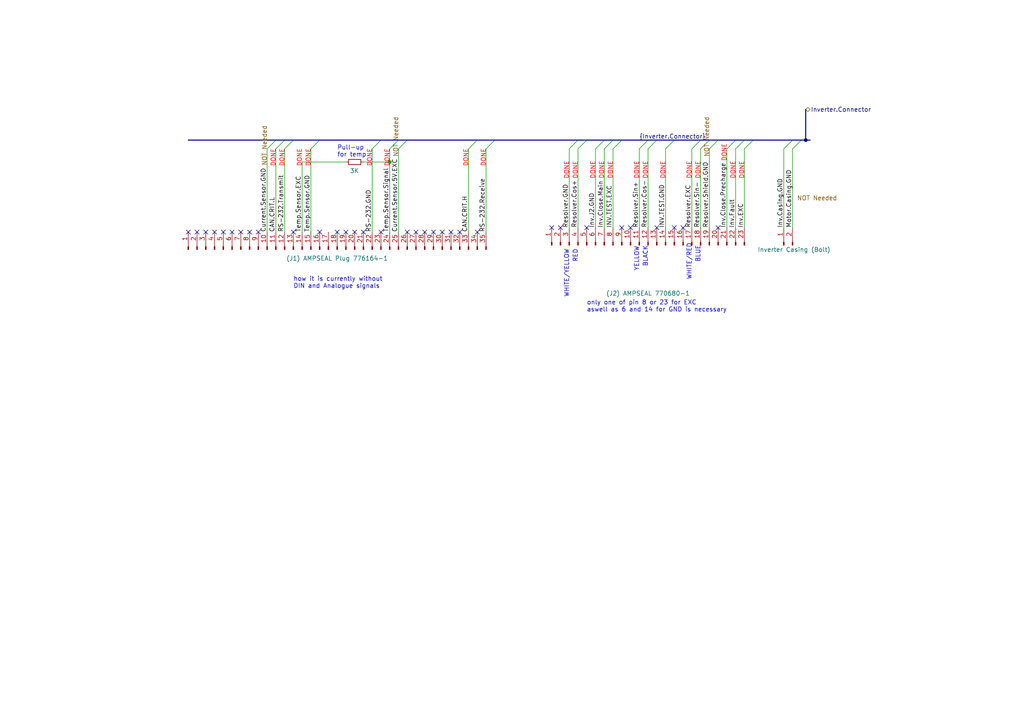
<source format=kicad_sch>
(kicad_sch (version 20230121) (generator eeschema)
  (paper "A4")
  (lib_symbols
    (symbol "Connector:Conn_01x02_Pin" (pin_names (offset 1.016) hide)
      (property "Reference" "J" (at 0 2.54 0))
      (property "Value" "Conn_01x02_Pin" (at 0 -5.08 0))
      (symbol "Conn_01x02_Pin_1_1"
        (polyline (pts (xy 1.27 -2.54) (xy 0.8636 -2.54)) (stroke (width 0.1524)))
        (polyline (pts (xy 1.27 0) (xy 0.8636 0)) (stroke (width 0.1524)))
        (rectangle (start 0.8636 -2.413) (end 0 -2.667) (stroke (width 0.1524)) (fill (type outline)))
        (rectangle (start 0.8636 0.127) (end 0 -0.127) (stroke (width 0.1524)) (fill (type outline)))
        (pin passive line (at 5.08 0 180) (length 3.81) (name "Pin_1") (number "1"))
        (pin passive line (at 5.08 -2.54 180) (length 3.81) (name "Pin_2") (number "2"))
      )
    )
    (symbol "Connector:Conn_01x23_Pin" (pin_names (offset 1.016) hide)
      (property "Reference" "J" (at 0 30.48 0))
      (property "Value" "Conn_01x23_Pin" (at 0 -30.48 0))
      (symbol "Conn_01x23_Pin_1_1"
        (polyline (pts (xy 1.27 -27.94) (xy 0.8636 -27.94)) (stroke (width 0.1524)))
        (polyline (pts (xy 1.27 -25.4) (xy 0.8636 -25.4)) (stroke (width 0.1524)))
        (polyline (pts (xy 1.27 -22.86) (xy 0.8636 -22.86)) (stroke (width 0.1524)))
        (polyline (pts (xy 1.27 -20.32) (xy 0.8636 -20.32)) (stroke (width 0.1524)))
        (polyline (pts (xy 1.27 -17.78) (xy 0.8636 -17.78)) (stroke (width 0.1524)))
        (polyline (pts (xy 1.27 -15.24) (xy 0.8636 -15.24)) (stroke (width 0.1524)))
        (polyline (pts (xy 1.27 -12.7) (xy 0.8636 -12.7)) (stroke (width 0.1524)))
        (polyline (pts (xy 1.27 -10.16) (xy 0.8636 -10.16)) (stroke (width 0.1524)))
        (polyline (pts (xy 1.27 -7.62) (xy 0.8636 -7.62)) (stroke (width 0.1524)))
        (polyline (pts (xy 1.27 -5.08) (xy 0.8636 -5.08)) (stroke (width 0.1524)))
        (polyline (pts (xy 1.27 -2.54) (xy 0.8636 -2.54)) (stroke (width 0.1524)))
        (polyline (pts (xy 1.27 0) (xy 0.8636 0)) (stroke (width 0.1524)))
        (polyline (pts (xy 1.27 2.54) (xy 0.8636 2.54)) (stroke (width 0.1524)))
        (polyline (pts (xy 1.27 5.08) (xy 0.8636 5.08)) (stroke (width 0.1524)))
        (polyline (pts (xy 1.27 7.62) (xy 0.8636 7.62)) (stroke (width 0.1524)))
        (polyline (pts (xy 1.27 10.16) (xy 0.8636 10.16)) (stroke (width 0.1524)))
        (polyline (pts (xy 1.27 12.7) (xy 0.8636 12.7)) (stroke (width 0.1524)))
        (polyline (pts (xy 1.27 15.24) (xy 0.8636 15.24)) (stroke (width 0.1524)))
        (polyline (pts (xy 1.27 17.78) (xy 0.8636 17.78)) (stroke (width 0.1524)))
        (polyline (pts (xy 1.27 20.32) (xy 0.8636 20.32)) (stroke (width 0.1524)))
        (polyline (pts (xy 1.27 22.86) (xy 0.8636 22.86)) (stroke (width 0.1524)))
        (polyline (pts (xy 1.27 25.4) (xy 0.8636 25.4)) (stroke (width 0.1524)))
        (polyline (pts (xy 1.27 27.94) (xy 0.8636 27.94)) (stroke (width 0.1524)))
        (rectangle (start 0.8636 -27.813) (end 0 -28.067) (stroke (width 0.1524)) (fill (type outline)))
        (rectangle (start 0.8636 -25.273) (end 0 -25.527) (stroke (width 0.1524)) (fill (type outline)))
        (rectangle (start 0.8636 -22.733) (end 0 -22.987) (stroke (width 0.1524)) (fill (type outline)))
        (rectangle (start 0.8636 -20.193) (end 0 -20.447) (stroke (width 0.1524)) (fill (type outline)))
        (rectangle (start 0.8636 -17.653) (end 0 -17.907) (stroke (width 0.1524)) (fill (type outline)))
        (rectangle (start 0.8636 -15.113) (end 0 -15.367) (stroke (width 0.1524)) (fill (type outline)))
        (rectangle (start 0.8636 -12.573) (end 0 -12.827) (stroke (width 0.1524)) (fill (type outline)))
        (rectangle (start 0.8636 -10.033) (end 0 -10.287) (stroke (width 0.1524)) (fill (type outline)))
        (rectangle (start 0.8636 -7.493) (end 0 -7.747) (stroke (width 0.1524)) (fill (type outline)))
        (rectangle (start 0.8636 -4.953) (end 0 -5.207) (stroke (width 0.1524)) (fill (type outline)))
        (rectangle (start 0.8636 -2.413) (end 0 -2.667) (stroke (width 0.1524)) (fill (type outline)))
        (rectangle (start 0.8636 0.127) (end 0 -0.127) (stroke (width 0.1524)) (fill (type outline)))
        (rectangle (start 0.8636 2.667) (end 0 2.413) (stroke (width 0.1524)) (fill (type outline)))
        (rectangle (start 0.8636 5.207) (end 0 4.953) (stroke (width 0.1524)) (fill (type outline)))
        (rectangle (start 0.8636 7.747) (end 0 7.493) (stroke (width 0.1524)) (fill (type outline)))
        (rectangle (start 0.8636 10.287) (end 0 10.033) (stroke (width 0.1524)) (fill (type outline)))
        (rectangle (start 0.8636 12.827) (end 0 12.573) (stroke (width 0.1524)) (fill (type outline)))
        (rectangle (start 0.8636 15.367) (end 0 15.113) (stroke (width 0.1524)) (fill (type outline)))
        (rectangle (start 0.8636 17.907) (end 0 17.653) (stroke (width 0.1524)) (fill (type outline)))
        (rectangle (start 0.8636 20.447) (end 0 20.193) (stroke (width 0.1524)) (fill (type outline)))
        (rectangle (start 0.8636 22.987) (end 0 22.733) (stroke (width 0.1524)) (fill (type outline)))
        (rectangle (start 0.8636 25.527) (end 0 25.273) (stroke (width 0.1524)) (fill (type outline)))
        (rectangle (start 0.8636 28.067) (end 0 27.813) (stroke (width 0.1524)) (fill (type outline)))
        (pin passive line (at 5.08 27.94 180) (length 3.81) (name "Pin_1") (number "1"))
        (pin passive line (at 5.08 5.08 180) (length 3.81) (name "Pin_10") (number "10"))
        (pin passive line (at 5.08 2.54 180) (length 3.81) (name "Pin_11") (number "11"))
        (pin passive line (at 5.08 0 180) (length 3.81) (name "Pin_12") (number "12"))
        (pin passive line (at 5.08 -2.54 180) (length 3.81) (name "Pin_13") (number "13"))
        (pin passive line (at 5.08 -5.08 180) (length 3.81) (name "Pin_14") (number "14"))
        (pin passive line (at 5.08 -7.62 180) (length 3.81) (name "Pin_15") (number "15"))
        (pin passive line (at 5.08 -10.16 180) (length 3.81) (name "Pin_16") (number "16"))
        (pin passive line (at 5.08 -12.7 180) (length 3.81) (name "Pin_17") (number "17"))
        (pin passive line (at 5.08 -15.24 180) (length 3.81) (name "Pin_18") (number "18"))
        (pin passive line (at 5.08 -17.78 180) (length 3.81) (name "Pin_19") (number "19"))
        (pin passive line (at 5.08 25.4 180) (length 3.81) (name "Pin_2") (number "2"))
        (pin passive line (at 5.08 -20.32 180) (length 3.81) (name "Pin_20") (number "20"))
        (pin passive line (at 5.08 -22.86 180) (length 3.81) (name "Pin_21") (number "21"))
        (pin passive line (at 5.08 -25.4 180) (length 3.81) (name "Pin_22") (number "22"))
        (pin passive line (at 5.08 -27.94 180) (length 3.81) (name "Pin_23") (number "23"))
        (pin passive line (at 5.08 22.86 180) (length 3.81) (name "Pin_3") (number "3"))
        (pin passive line (at 5.08 20.32 180) (length 3.81) (name "Pin_4") (number "4"))
        (pin passive line (at 5.08 17.78 180) (length 3.81) (name "Pin_5") (number "5"))
        (pin passive line (at 5.08 15.24 180) (length 3.81) (name "Pin_6") (number "6"))
        (pin passive line (at 5.08 12.7 180) (length 3.81) (name "Pin_7") (number "7"))
        (pin passive line (at 5.08 10.16 180) (length 3.81) (name "Pin_8") (number "8"))
        (pin passive line (at 5.08 7.62 180) (length 3.81) (name "Pin_9") (number "9"))
      )
    )
    (symbol "Connector:Conn_01x35_Pin" (pin_names (offset 1.016) hide)
      (property "Reference" "J" (at 0 45.72 0))
      (property "Value" "Conn_01x35_Pin" (at 0 -45.72 0))
      (symbol "Conn_01x35_Pin_1_1"
        (polyline (pts (xy 1.27 -43.18) (xy 0.8636 -43.18)) (stroke (width 0.1524)))
        (polyline (pts (xy 1.27 -40.64) (xy 0.8636 -40.64)) (stroke (width 0.1524)))
        (polyline (pts (xy 1.27 -38.1) (xy 0.8636 -38.1)) (stroke (width 0.1524)))
        (polyline (pts (xy 1.27 -35.56) (xy 0.8636 -35.56)) (stroke (width 0.1524)))
        (polyline (pts (xy 1.27 -33.02) (xy 0.8636 -33.02)) (stroke (width 0.1524)))
        (polyline (pts (xy 1.27 -30.48) (xy 0.8636 -30.48)) (stroke (width 0.1524)))
        (polyline (pts (xy 1.27 -27.94) (xy 0.8636 -27.94)) (stroke (width 0.1524)))
        (polyline (pts (xy 1.27 -25.4) (xy 0.8636 -25.4)) (stroke (width 0.1524)))
        (polyline (pts (xy 1.27 -22.86) (xy 0.8636 -22.86)) (stroke (width 0.1524)))
        (polyline (pts (xy 1.27 -20.32) (xy 0.8636 -20.32)) (stroke (width 0.1524)))
        (polyline (pts (xy 1.27 -17.78) (xy 0.8636 -17.78)) (stroke (width 0.1524)))
        (polyline (pts (xy 1.27 -15.24) (xy 0.8636 -15.24)) (stroke (width 0.1524)))
        (polyline (pts (xy 1.27 -12.7) (xy 0.8636 -12.7)) (stroke (width 0.1524)))
        (polyline (pts (xy 1.27 -10.16) (xy 0.8636 -10.16)) (stroke (width 0.1524)))
        (polyline (pts (xy 1.27 -7.62) (xy 0.8636 -7.62)) (stroke (width 0.1524)))
        (polyline (pts (xy 1.27 -5.08) (xy 0.8636 -5.08)) (stroke (width 0.1524)))
        (polyline (pts (xy 1.27 -2.54) (xy 0.8636 -2.54)) (stroke (width 0.1524)))
        (polyline (pts (xy 1.27 0) (xy 0.8636 0)) (stroke (width 0.1524)))
        (polyline (pts (xy 1.27 2.54) (xy 0.8636 2.54)) (stroke (width 0.1524)))
        (polyline (pts (xy 1.27 5.08) (xy 0.8636 5.08)) (stroke (width 0.1524)))
        (polyline (pts (xy 1.27 7.62) (xy 0.8636 7.62)) (stroke (width 0.1524)))
        (polyline (pts (xy 1.27 10.16) (xy 0.8636 10.16)) (stroke (width 0.1524)))
        (polyline (pts (xy 1.27 12.7) (xy 0.8636 12.7)) (stroke (width 0.1524)))
        (polyline (pts (xy 1.27 15.24) (xy 0.8636 15.24)) (stroke (width 0.1524)))
        (polyline (pts (xy 1.27 17.78) (xy 0.8636 17.78)) (stroke (width 0.1524)))
        (polyline (pts (xy 1.27 20.32) (xy 0.8636 20.32)) (stroke (width 0.1524)))
        (polyline (pts (xy 1.27 22.86) (xy 0.8636 22.86)) (stroke (width 0.1524)))
        (polyline (pts (xy 1.27 25.4) (xy 0.8636 25.4)) (stroke (width 0.1524)))
        (polyline (pts (xy 1.27 27.94) (xy 0.8636 27.94)) (stroke (width 0.1524)))
        (polyline (pts (xy 1.27 30.48) (xy 0.8636 30.48)) (stroke (width 0.1524)))
        (polyline (pts (xy 1.27 33.02) (xy 0.8636 33.02)) (stroke (width 0.1524)))
        (polyline (pts (xy 1.27 35.56) (xy 0.8636 35.56)) (stroke (width 0.1524)))
        (polyline (pts (xy 1.27 38.1) (xy 0.8636 38.1)) (stroke (width 0.1524)))
        (polyline (pts (xy 1.27 40.64) (xy 0.8636 40.64)) (stroke (width 0.1524)))
        (polyline (pts (xy 1.27 43.18) (xy 0.8636 43.18)) (stroke (width 0.1524)))
        (rectangle (start 0.8636 -43.053) (end 0 -43.307) (stroke (width 0.1524)) (fill (type outline)))
        (rectangle (start 0.8636 -40.513) (end 0 -40.767) (stroke (width 0.1524)) (fill (type outline)))
        (rectangle (start 0.8636 -37.973) (end 0 -38.227) (stroke (width 0.1524)) (fill (type outline)))
        (rectangle (start 0.8636 -35.433) (end 0 -35.687) (stroke (width 0.1524)) (fill (type outline)))
        (rectangle (start 0.8636 -32.893) (end 0 -33.147) (stroke (width 0.1524)) (fill (type outline)))
        (rectangle (start 0.8636 -30.353) (end 0 -30.607) (stroke (width 0.1524)) (fill (type outline)))
        (rectangle (start 0.8636 -27.813) (end 0 -28.067) (stroke (width 0.1524)) (fill (type outline)))
        (rectangle (start 0.8636 -25.273) (end 0 -25.527) (stroke (width 0.1524)) (fill (type outline)))
        (rectangle (start 0.8636 -22.733) (end 0 -22.987) (stroke (width 0.1524)) (fill (type outline)))
        (rectangle (start 0.8636 -20.193) (end 0 -20.447) (stroke (width 0.1524)) (fill (type outline)))
        (rectangle (start 0.8636 -17.653) (end 0 -17.907) (stroke (width 0.1524)) (fill (type outline)))
        (rectangle (start 0.8636 -15.113) (end 0 -15.367) (stroke (width 0.1524)) (fill (type outline)))
        (rectangle (start 0.8636 -12.573) (end 0 -12.827) (stroke (width 0.1524)) (fill (type outline)))
        (rectangle (start 0.8636 -10.033) (end 0 -10.287) (stroke (width 0.1524)) (fill (type outline)))
        (rectangle (start 0.8636 -7.493) (end 0 -7.747) (stroke (width 0.1524)) (fill (type outline)))
        (rectangle (start 0.8636 -4.953) (end 0 -5.207) (stroke (width 0.1524)) (fill (type outline)))
        (rectangle (start 0.8636 -2.413) (end 0 -2.667) (stroke (width 0.1524)) (fill (type outline)))
        (rectangle (start 0.8636 0.127) (end 0 -0.127) (stroke (width 0.1524)) (fill (type outline)))
        (rectangle (start 0.8636 2.667) (end 0 2.413) (stroke (width 0.1524)) (fill (type outline)))
        (rectangle (start 0.8636 5.207) (end 0 4.953) (stroke (width 0.1524)) (fill (type outline)))
        (rectangle (start 0.8636 7.747) (end 0 7.493) (stroke (width 0.1524)) (fill (type outline)))
        (rectangle (start 0.8636 10.287) (end 0 10.033) (stroke (width 0.1524)) (fill (type outline)))
        (rectangle (start 0.8636 12.827) (end 0 12.573) (stroke (width 0.1524)) (fill (type outline)))
        (rectangle (start 0.8636 15.367) (end 0 15.113) (stroke (width 0.1524)) (fill (type outline)))
        (rectangle (start 0.8636 17.907) (end 0 17.653) (stroke (width 0.1524)) (fill (type outline)))
        (rectangle (start 0.8636 20.447) (end 0 20.193) (stroke (width 0.1524)) (fill (type outline)))
        (rectangle (start 0.8636 22.987) (end 0 22.733) (stroke (width 0.1524)) (fill (type outline)))
        (rectangle (start 0.8636 25.527) (end 0 25.273) (stroke (width 0.1524)) (fill (type outline)))
        (rectangle (start 0.8636 28.067) (end 0 27.813) (stroke (width 0.1524)) (fill (type outline)))
        (rectangle (start 0.8636 30.607) (end 0 30.353) (stroke (width 0.1524)) (fill (type outline)))
        (rectangle (start 0.8636 33.147) (end 0 32.893) (stroke (width 0.1524)) (fill (type outline)))
        (rectangle (start 0.8636 35.687) (end 0 35.433) (stroke (width 0.1524)) (fill (type outline)))
        (rectangle (start 0.8636 38.227) (end 0 37.973) (stroke (width 0.1524)) (fill (type outline)))
        (rectangle (start 0.8636 40.767) (end 0 40.513) (stroke (width 0.1524)) (fill (type outline)))
        (rectangle (start 0.8636 43.307) (end 0 43.053) (stroke (width 0.1524)) (fill (type outline)))
        (pin passive line (at 5.08 43.18 180) (length 3.81) (name "Pin_1") (number "1"))
        (pin passive line (at 5.08 20.32 180) (length 3.81) (name "Pin_10") (number "10"))
        (pin passive line (at 5.08 17.78 180) (length 3.81) (name "Pin_11") (number "11"))
        (pin passive line (at 5.08 15.24 180) (length 3.81) (name "Pin_12") (number "12"))
        (pin passive line (at 5.08 12.7 180) (length 3.81) (name "Pin_13") (number "13"))
        (pin passive line (at 5.08 10.16 180) (length 3.81) (name "Pin_14") (number "14"))
        (pin passive line (at 5.08 7.62 180) (length 3.81) (name "Pin_15") (number "15"))
        (pin passive line (at 5.08 5.08 180) (length 3.81) (name "Pin_16") (number "16"))
        (pin passive line (at 5.08 2.54 180) (length 3.81) (name "Pin_17") (number "17"))
        (pin passive line (at 5.08 0 180) (length 3.81) (name "Pin_18") (number "18"))
        (pin passive line (at 5.08 -2.54 180) (length 3.81) (name "Pin_19") (number "19"))
        (pin passive line (at 5.08 40.64 180) (length 3.81) (name "Pin_2") (number "2"))
        (pin passive line (at 5.08 -5.08 180) (length 3.81) (name "Pin_20") (number "20"))
        (pin passive line (at 5.08 -7.62 180) (length 3.81) (name "Pin_21") (number "21"))
        (pin passive line (at 5.08 -10.16 180) (length 3.81) (name "Pin_22") (number "22"))
        (pin passive line (at 5.08 -12.7 180) (length 3.81) (name "Pin_23") (number "23"))
        (pin passive line (at 5.08 -15.24 180) (length 3.81) (name "Pin_24") (number "24"))
        (pin passive line (at 5.08 -17.78 180) (length 3.81) (name "Pin_25") (number "25"))
        (pin passive line (at 5.08 -20.32 180) (length 3.81) (name "Pin_26") (number "26"))
        (pin passive line (at 5.08 -22.86 180) (length 3.81) (name "Pin_27") (number "27"))
        (pin passive line (at 5.08 -25.4 180) (length 3.81) (name "Pin_28") (number "28"))
        (pin passive line (at 5.08 -27.94 180) (length 3.81) (name "Pin_29") (number "29"))
        (pin passive line (at 5.08 38.1 180) (length 3.81) (name "Pin_3") (number "3"))
        (pin passive line (at 5.08 -30.48 180) (length 3.81) (name "Pin_30") (number "30"))
        (pin passive line (at 5.08 -33.02 180) (length 3.81) (name "Pin_31") (number "31"))
        (pin passive line (at 5.08 -35.56 180) (length 3.81) (name "Pin_32") (number "32"))
        (pin passive line (at 5.08 -38.1 180) (length 3.81) (name "Pin_33") (number "33"))
        (pin passive line (at 5.08 -40.64 180) (length 3.81) (name "Pin_34") (number "34"))
        (pin passive line (at 5.08 -43.18 180) (length 3.81) (name "Pin_35") (number "35"))
        (pin passive line (at 5.08 35.56 180) (length 3.81) (name "Pin_4") (number "4"))
        (pin passive line (at 5.08 33.02 180) (length 3.81) (name "Pin_5") (number "5"))
        (pin passive line (at 5.08 30.48 180) (length 3.81) (name "Pin_6") (number "6"))
        (pin passive line (at 5.08 27.94 180) (length 3.81) (name "Pin_7") (number "7"))
        (pin passive line (at 5.08 25.4 180) (length 3.81) (name "Pin_8") (number "8"))
        (pin passive line (at 5.08 22.86 180) (length 3.81) (name "Pin_9") (number "9"))
      )
    )
    (symbol "Device:R_Small" (pin_numbers hide) (pin_names (offset 0.254) hide)
      (property "Reference" "R" (at 0.762 0.508 0))
      (property "Value" "R_Small" (at 0.762 -1.016 0))
      (symbol "R_Small_0_1"
        (rectangle (start -0.762 1.778) (end 0.762 -1.778) (stroke (width 0.2032)))
      )
      (symbol "R_Small_1_1"
        (pin passive line (at 0 2.54 270) (length 0.762) (name "~") (number "1"))
        (pin passive line (at 0 -2.54 90) (length 0.762) (name "~") (number "2"))
      )
    )
  )
  (bus_alias "Ground.Box" (members "Inv.J2.GND" "Inv.Casing.GND" "Junction.Box.GND" "Chassis.GND" "Accu.GND" "Pump1.GND" "Pump2.GND" "Fan.GND" "DASH.BOX.GND" "LV.GND" "Pump2.GND" "Pump1.GND" "PCHG.GND" "PEDAL.BOX.GND" "LV1.GND" "LV2.GND" "LV.TSAL.GND" "DRS.GND" "BRAKE.LIGHT.GND" "Accu.Fans.GND"))
  (bus_alias "Car.Rear" (members "LV.GND" "LV.EXC" "Pump1.GND" "Pump1.PWM.EXC" "Pump2.GND" "Pump2.PWM.EXC" "HV.TSMP+" "HV.TSMP-" "LV.TSMP-" "LV.TSMP+" "Reset.Switch.SIG1" "Reset.Switch.SIG2" "LVMS.EXC" "SHUT.R.E-STOP" "SHUT.HVD.Interlock" "SHUT.Latching" "SHUT.TSMP" "SHUT.TSAC.Interlock" "SHUT.Discharge" "SHUT.Precharge" "Current.Sensor.5V.EXC" "Current.Sensor.GND" "CT.SIG" "VCU.OUT.DRS.PWM" "TSAL.RESET.SIG1" "TSAL.RESET.SIG2" "DRS.GND" "BRAKE.LIGHT.GND" "DRS.EXC" "FAN.PWM.EXC" "FAN.GND" "Brake.PWM.EXC" "CHASSIS.GND" "WSS.EXC" "WSS.GND" "WSS.SIG"))
  (junction (at 113.03 46.99))
  (junction (at 233.68 40.64))
  (no_connect (at 170.18 66.04))
  (no_connect (at 69.85 67.31))
  (no_connect (at 128.27 67.31))
  (no_connect (at 118.11 67.31))
  (no_connect (at 72.39 67.31))
  (no_connect (at 92.71 67.31))
  (no_connect (at 67.31 67.31))
  (no_connect (at 62.23 67.31))
  (no_connect (at 97.79 67.31))
  (no_connect (at 125.73 67.31))
  (no_connect (at 208.28 66.04))
  (no_connect (at 198.12 66.04))
  (no_connect (at 110.49 67.31))
  (no_connect (at 57.15 67.31))
  (no_connect (at 102.87 67.31))
  (no_connect (at 64.77 67.31))
  (no_connect (at 54.61 67.31))
  (no_connect (at 105.41 67.31))
  (no_connect (at 100.33 67.31))
  (no_connect (at 74.93 67.31))
  (no_connect (at 138.43 67.31))
  (no_connect (at 162.56 66.04))
  (no_connect (at 85.09 67.31))
  (no_connect (at 120.65 67.31))
  (no_connect (at 160.02 66.04))
  (no_connect (at 59.69 67.31))
  (no_connect (at 190.5 66.04))
  (no_connect (at 133.35 67.31))
  (no_connect (at 195.58 66.04))
  (no_connect (at 130.81 67.31))
  (no_connect (at 123.19 67.31))
  (no_connect (at 180.34 66.04))
  (no_connect (at 182.88 66.04))
  (bus_entry (at 177.8 43.18) (size 2.54 -2.54))
  (bus_entry (at 193.04 43.18) (size 2.54 -2.54))
  (bus_entry (at 218.44 40.64) (size -2.54 2.54))
  (bus_entry (at 92.71 40.64) (size -2.54 2.54))
  (bus_entry (at 110.49 40.64) (size -2.54 2.54))
  (bus_entry (at 229.87 40.64) (size -2.54 2.54))
  (bus_entry (at 175.26 40.64) (size -2.54 2.54))
  (bus_entry (at 205.74 40.64) (size -2.54 2.54))
  (bus_entry (at 190.5 40.64) (size -2.54 2.54))
  (bus_entry (at 232.41 40.64) (size -2.54 2.54))
  (bus_entry (at 203.2 40.64) (size -2.54 2.54))
  (bus_entry (at 170.18 40.64) (size -2.54 2.54))
  (bus_entry (at 118.11 40.64) (size -2.54 2.54))
  (bus_entry (at 187.96 40.64) (size -2.54 2.54))
  (bus_entry (at 215.9 40.64) (size -2.54 2.54))
  (bus_entry (at 213.36 40.64) (size -2.54 2.54))
  (bus_entry (at 85.09 40.64) (size -2.54 2.54))
  (bus_entry (at 80.01 40.64) (size -2.54 2.54))
  (bus_entry (at 115.57 40.64) (size -2.54 2.54))
  (bus_entry (at 143.51 40.64) (size -2.54 2.54))
  (bus_entry (at 138.43 40.64) (size -2.54 2.54))
  (bus_entry (at 167.64 40.64) (size -2.54 2.54))
  (bus_entry (at 208.28 40.64) (size -2.54 2.54))
  (bus_entry (at 177.8 40.64) (size -2.54 2.54))
  (bus_entry (at 82.55 40.64) (size -2.54 2.54))
  (bus (pts (xy 187.96 40.64) (xy 190.5 40.64)))
  (bus (pts (xy 175.26 40.64) (xy 177.8 40.64)))
  (bus (pts (xy 167.64 40.64) (xy 170.18 40.64)))
  (bus (pts (xy 85.09 40.64) (xy 92.71 40.64)))
  (bus (pts (xy 203.2 40.64) (xy 205.74 40.64)))
  (bus (pts (xy 115.57 40.64) (xy 118.11 40.64)))
  (wire (pts (xy 100.33 46.99) (xy 87.63 46.99)))
  (wire (pts (xy 90.17 43.18) (xy 90.17 67.31)))
  (bus (pts (xy 233.68 40.64) (xy 234.95 40.64)))
  (wire (pts (xy 167.64 43.18) (xy 167.64 66.04)))
  (bus (pts (xy 92.71 40.64) (xy 110.49 40.64)))
  (wire (pts (xy 185.42 43.18) (xy 185.42 66.04)))
  (wire (pts (xy 175.26 43.18) (xy 175.26 66.04)))
  (wire (pts (xy 229.87 43.18) (xy 229.87 66.04)))
  (wire (pts (xy 200.66 43.18) (xy 200.66 66.04)))
  (bus (pts (xy 170.18 40.64) (xy 175.26 40.64)))
  (bus (pts (xy 177.8 40.64) (xy 180.34 40.64)))
  (bus (pts (xy 195.58 40.64) (xy 203.2 40.64)))
  (bus (pts (xy 118.11 40.64) (xy 138.43 40.64)))
  (bus (pts (xy 54.61 40.64) (xy 80.01 40.64)))
  (wire (pts (xy 105.41 46.99) (xy 113.03 46.99)))
  (bus (pts (xy 213.36 40.64) (xy 215.9 40.64)))
  (wire (pts (xy 193.04 43.18) (xy 193.04 66.04)))
  (bus (pts (xy 205.74 40.64) (xy 208.28 40.64)))
  (wire (pts (xy 107.95 43.18) (xy 107.95 67.31)))
  (wire (pts (xy 177.8 43.18) (xy 177.8 66.04)))
  (wire (pts (xy 187.96 43.18) (xy 187.96 66.04)))
  (bus (pts (xy 190.5 40.64) (xy 195.58 40.64)))
  (wire (pts (xy 203.2 43.18) (xy 203.2 66.04)))
  (wire (pts (xy 82.55 43.18) (xy 82.55 67.31)))
  (wire (pts (xy 115.57 43.18) (xy 115.57 67.31)))
  (bus (pts (xy 138.43 40.64) (xy 143.51 40.64)))
  (wire (pts (xy 172.72 43.18) (xy 172.72 66.04)))
  (bus (pts (xy 110.49 40.64) (xy 115.57 40.64)))
  (wire (pts (xy 135.89 43.18) (xy 135.89 67.31)))
  (wire (pts (xy 113.03 46.99) (xy 113.03 67.31)))
  (wire (pts (xy 77.47 43.18) (xy 77.47 67.31)))
  (wire (pts (xy 205.74 43.18) (xy 205.74 66.04)))
  (bus (pts (xy 215.9 40.64) (xy 218.44 40.64)))
  (bus (pts (xy 143.51 40.64) (xy 167.64 40.64)))
  (bus (pts (xy 80.01 40.64) (xy 82.55 40.64)))
  (wire (pts (xy 227.33 43.18) (xy 227.33 66.04)))
  (bus (pts (xy 229.87 40.64) (xy 232.41 40.64)))
  (wire (pts (xy 210.82 43.18) (xy 210.82 66.04)))
  (bus (pts (xy 180.34 40.64) (xy 187.96 40.64)))
  (wire (pts (xy 215.9 43.18) (xy 215.9 66.04)))
  (wire (pts (xy 140.97 43.18) (xy 140.97 67.31)))
  (bus (pts (xy 232.41 40.64) (xy 233.68 40.64)))
  (bus (pts (xy 208.28 40.64) (xy 213.36 40.64)))
  (wire (pts (xy 213.36 43.18) (xy 213.36 66.04)))
  (bus (pts (xy 233.68 31.75) (xy 233.68 40.64)))
  (wire (pts (xy 87.63 46.99) (xy 87.63 67.31)))
  (bus (pts (xy 218.44 40.64) (xy 229.87 40.64)))
  (wire (pts (xy 165.1 43.18) (xy 165.1 66.04)))
  (wire (pts (xy 80.01 43.18) (xy 80.01 67.31)))
  (wire (pts (xy 113.03 43.18) (xy 113.03 46.99)))
  (bus (pts (xy 82.55 40.64) (xy 85.09 40.64)))
  (text "DONE" (at 193.04 52.07 90) (effects (font (size 1.27 1.27)) (justify left bottom)))
  (text "DONE" (at 140.97 43.18 90) (effects (font (size 1.27 1.27)) (justify right bottom)))
  (text "DONE" (at 215.9 52.07 90) (effects (font (size 1.27 1.27)) (justify left bottom)))
  (text "DONE" (at 90.17 43.18 90) (effects (font (size 1.27 1.27)) (justify right bottom)))
  (text "how it is currently without\nDIN and Analogue signals\n" (at 85.09 83.82 0) (effects (font (size 1.27 1.27)) (justify left bottom)))
  (text "DONE" (at 113.03 43.18 90) (effects (font (size 1.27 1.27)) (justify right bottom)))
  (text "DONE" (at 165.1 52.07 90) (effects (font (size 1.27 1.27)) (justify left bottom)))
  (text "NOT Needed" (at 77.47 48.26 90) (effects (font (size 1.27 1.27)) (justify left bottom)))
  (text "Pull-up\nfor temp" (at 97.79 45.72 0) (effects (font (size 1.27 1.27)) (justify left bottom)))
  (text "DONE" (at 172.72 52.07 90) (effects (font (size 1.27 1.27)) (justify left bottom)))
  (text "DONE" (at 177.8 52.07 90) (effects (font (size 1.27 1.27)) (justify left bottom)))
  (text "BLACK" (at 187.96 77.47 90) (effects (font (size 1.27 1.27)) (justify left bottom)))
  (text "DONE" (at 213.36 52.07 90) (effects (font (size 1.27 1.27)) (justify left bottom)))
  (text "DONE" (at 187.96 52.07 90) (effects (font (size 1.27 1.27)) (justify left bottom)))
  (text "DONE" (at 185.42 52.07 90) (effects (font (size 1.27 1.27)) (justify left bottom)))
  (text "YELLOW" (at 185.42 78.74 90) (effects (font (size 1.27 1.27)) (justify left bottom)))
  (text "only one of pin 8 or 23 for EXC\naswell as 6 and 14 for GND is necessary\n\n" (at 170.18 92.71 0) (effects (font (size 1.27 1.27)) (justify left bottom)))
  (text "NOT Needed" (at 231.14 58.42 0) (effects (font (size 1.27 1.27)) (justify left bottom)))
  (text "DONE" (at 107.95 43.18 90) (effects (font (size 1.27 1.27)) (justify right bottom)))
  (text "DONE" (at 200.66 52.07 90) (effects (font (size 1.27 1.27)) (justify left bottom)))
  (text "DONE" (at 135.89 43.18 90) (effects (font (size 1.27 1.27)) (justify right bottom)))
  (text "DONE" (at 167.64 52.07 90) (effects (font (size 1.27 1.27)) (justify left bottom)))
  (text "BLUE" (at 203.2 76.2 90) (effects (font (size 1.27 1.27)) (justify left bottom)))
  (text "DONE" (at 210.82 46.99 90) (effects (font (size 1.27 1.27)) (justify left bottom)))
  (text "DONE" (at 82.55 43.18 90) (effects (font (size 1.27 1.27)) (justify right bottom)))
  (text "NOT Needed" (at 115.57 45.72 90) (effects (font (size 1.27 1.27)) (justify left bottom)))
  (text "DONE" (at 203.2 52.07 90) (effects (font (size 1.27 1.27)) (justify left bottom)))
  (text "DONE" (at 87.63 43.18 90) (effects (font (size 1.27 1.27)) (justify right bottom)))
  (text "WHITE/RED" (at 200.66 81.28 90) (effects (font (size 1.27 1.27)) (justify left bottom)))
  (text "NOT Needed" (at 205.74 45.72 90) (effects (font (size 1.27 1.27)) (justify left bottom)))
  (text "DONE" (at 80.01 43.18 90) (effects (font (size 1.27 1.27)) (justify right bottom)))
  (text "WHITE/YELLOW" (at 165.1 86.36 90) (effects (font (size 1.27 1.27)) (justify left bottom)))
  (text "DONE" (at 175.26 52.07 90) (effects (font (size 1.27 1.27)) (justify left bottom)))
  (text "RED" (at 167.64 76.2 90) (effects (font (size 1.27 1.27)) (justify left bottom)))
  (label "Inv.Close.Precharge" (at 210.82 66.04 90))
  (label "Inv.Close.Main" (at 175.26 66.04 90))
  (label "Resolver.Shield.GND" (at 205.74 66.04 90))
  (label "Inv.J2.GND" (at 172.72 66.04 90))
  (label "Current.Sensor.GND" (at 77.47 67.31 90))
  (label "Motor.Casing.GND" (at 229.87 66.04 90))
  (label "INV.TEST.GND" (at 193.04 66.04 90))
  (label "Resolver.GND" (at 165.1 66.04 90))
  (label "Temp.Sensor.GND" (at 90.17 67.31 90))
  (label "INV.TEST.EXC" (at 177.8 66.04 90))
  (label "CAN.CRIT.L" (at 80.01 67.31 90))
  (label "Resolver.Cos-" (at 187.96 66.04 90))
  (label "Inv.Casing.GND" (at 227.33 66.04 90))
  (label "Inv.EXC" (at 215.9 66.04 90))
  (label "Resolver.EXC" (at 200.66 66.04 90))
  (label "{Inverter.Connector}" (at 185.42 40.64 0))
  (label "RS-232.Transmit" (at 82.55 67.31 90))
  (label "RS-232.Receive" (at 140.97 67.31 90))
  (label "Current.Sensor.5V.EXC" (at 115.57 67.31 90))
  (label "Resolver.Sin+" (at 185.42 66.04 90))
  (label "CAN.CRIT.H" (at 135.89 67.31 90))
  (label "RS-232.GND" (at 107.95 67.31 90))
  (label "Resolver.Cos+" (at 167.64 66.04 90))
  (label "Temp.Sensor.Signal" (at 113.03 67.31 90))
  (label "Inv.Fault" (at 213.36 66.04 90))
  (label "Resolver.Sin-" (at 203.2 66.04 90))
  (label "Temp.Sensor.EXC" (at 87.63 67.31 90))
  (hierarchical_label "Inverter.Connector" (shape bidirectional) (at 233.68 31.75 0))
  (symbol (lib_id "Connector:Conn_01x23_Pin") (at 187.96 71.12 90) (unit 1)
    (property "Reference" "J23" (effects hide))
    (property "Value" "(J2) AMPSEAL 770680-1" (at 187.96 85.09 90))
  )
  (symbol (lib_id "Connector:Conn_01x35_Pin") (at 97.79 72.39 90) (unit 1)
    (property "Reference" "J22" (effects hide))
    (property "Value" "(J1) AMPSEAL Plug 776164-1" (at 97.79 74.93 90))
  )
  (symbol (lib_id "Connector:Conn_01x02_Pin") (at 227.33 71.12 90) (unit 1)
    (property "Reference" "J24" (effects hide))
    (property "Value" "Inverter Casing (Bolt)" (at 219.71 72.39 90) (effects (justify right)))
  )
  (symbol (lib_id "Device:R_Small") (at 102.87 46.99 90) (unit 1)
    (property "Reference" "R5" (effects hide))
    (property "Value" "3K" (at 104.14 49.53 90) (effects (justify left)))
  )
)
</source>
